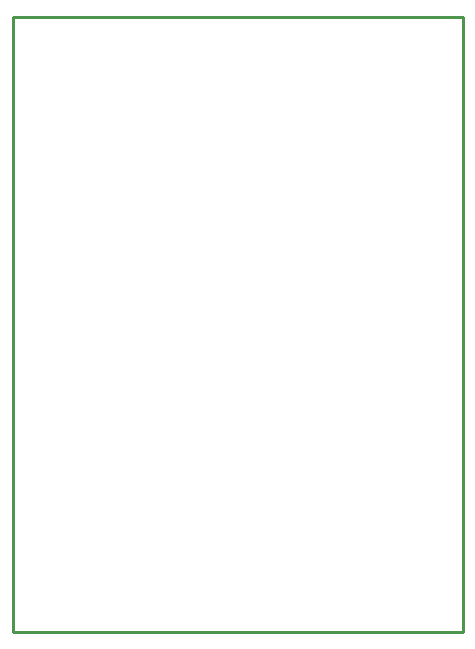
<source format=gm1>
%FSLAX24Y24*%
%MOIN*%
G70*
G01*
G75*
%ADD10C,0.0110*%
%ADD11R,0.0512X0.0591*%
%ADD12R,0.0433X0.0394*%
%ADD13R,0.0591X0.0512*%
%ADD14R,0.0394X0.0433*%
%ADD15R,0.0709X0.0630*%
%ADD16R,0.0433X0.0394*%
%ADD17R,0.0177X0.0630*%
%ADD18R,0.0630X0.0177*%
%ADD19R,0.0630X0.0177*%
%ADD20R,0.0630X0.0512*%
%ADD21C,0.0100*%
%ADD22C,0.0250*%
%ADD23C,0.0214*%
%ADD24C,0.0150*%
%ADD25C,0.0200*%
%ADD26C,0.0157*%
%ADD27C,0.0197*%
%ADD28R,0.2600X0.3210*%
%ADD29R,0.1890X0.1800*%
%ADD30R,0.1950X0.0470*%
%ADD31R,0.0880X0.1810*%
%ADD32R,0.0820X0.0830*%
%ADD33R,0.0591X0.0591*%
%ADD34R,0.0591X0.0591*%
%ADD35C,0.0591*%
%ADD36C,0.0591*%
%ADD37C,0.0598*%
%ADD38C,0.1220*%
%ADD39C,0.0433*%
%ADD40C,0.0433*%
%ADD41R,0.0400X0.0400*%
%ADD42R,0.2300X0.2000*%
%ADD43R,0.1160X0.2450*%
%ADD44R,0.2700X0.3500*%
%ADD45R,0.0592X0.0671*%
%ADD46R,0.0513X0.0474*%
%ADD47R,0.0671X0.0592*%
%ADD48R,0.0474X0.0513*%
%ADD49R,0.0789X0.0710*%
%ADD50R,0.0513X0.0474*%
%ADD51R,0.0257X0.0710*%
%ADD52R,0.0710X0.0257*%
%ADD53R,0.0710X0.0257*%
%ADD54R,0.0710X0.0592*%
%ADD55R,0.0671X0.0671*%
%ADD56R,0.0671X0.0671*%
%ADD57C,0.0671*%
%ADD58C,0.0671*%
%ADD59C,0.0678*%
%ADD60C,0.1300*%
D21*
X36500Y43750D02*
X51500D01*
X36500Y23250D02*
Y43750D01*
Y23250D02*
X51500D01*
Y43750D01*
M02*

</source>
